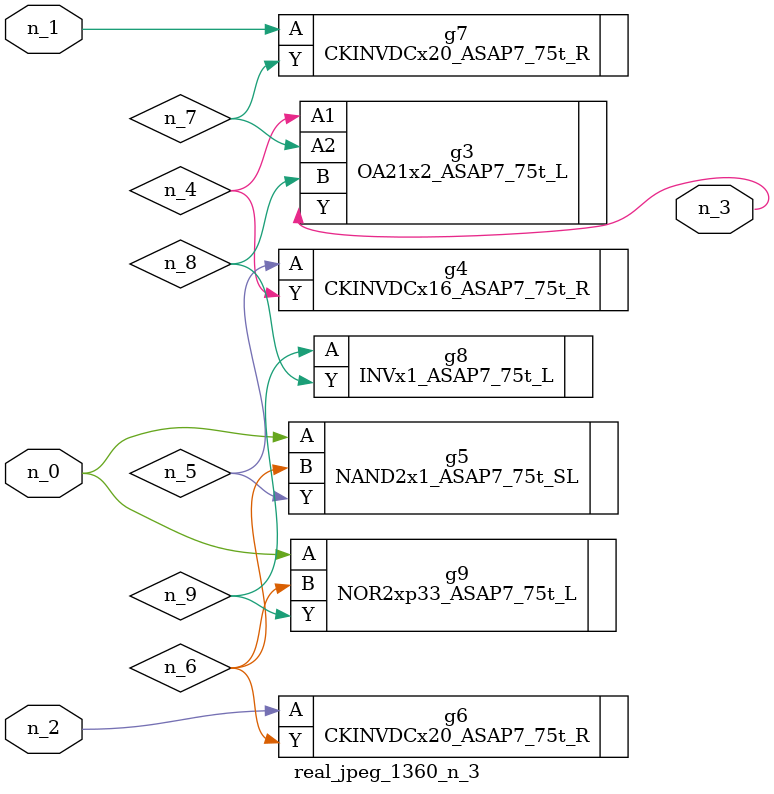
<source format=v>
module real_jpeg_1360_n_3 (n_1, n_0, n_2, n_3);

input n_1;
input n_0;
input n_2;

output n_3;

wire n_5;
wire n_4;
wire n_8;
wire n_6;
wire n_7;
wire n_9;

NAND2x1_ASAP7_75t_SL g5 ( 
.A(n_0),
.B(n_6),
.Y(n_5)
);

NOR2xp33_ASAP7_75t_L g9 ( 
.A(n_0),
.B(n_6),
.Y(n_9)
);

CKINVDCx20_ASAP7_75t_R g7 ( 
.A(n_1),
.Y(n_7)
);

CKINVDCx20_ASAP7_75t_R g6 ( 
.A(n_2),
.Y(n_6)
);

OA21x2_ASAP7_75t_L g3 ( 
.A1(n_4),
.A2(n_7),
.B(n_8),
.Y(n_3)
);

CKINVDCx16_ASAP7_75t_R g4 ( 
.A(n_5),
.Y(n_4)
);

INVx1_ASAP7_75t_L g8 ( 
.A(n_9),
.Y(n_8)
);


endmodule
</source>
